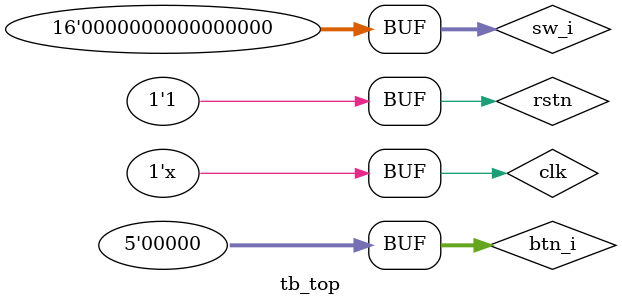
<source format=v>
`timescale 1ns / 1ps

`timescale 1ns / 1ps

module tb_top;

    // Declare signals
    reg [15:0] sw_i;
    reg [4:0] btn_i;
    reg clk;
    reg rstn;
    wire [7:0] disp_an_o;
    wire [7:0] disp_seg_o;
    wire [15:0] led_o;

    // Instantiate the top module
    top uut (
        .sw_i(sw_i),
        .btn_i(btn_i),
        .clk(clk),
        .rstn(rstn),
        .disp_an_o(disp_an_o),
        .disp_seg_o(disp_seg_o),
        .led_o(led_o)
    );
    // Initialize signals
    initial begin
        sw_i = 16'h0000;
        btn_i = 5'b00000;
        rstn = 0;
        clk = 1'b0;
        // Let the simulation run for a while
        #10;
        rstn = 1;
        // Stop the simulation
      #100000;
    end

    // Clock generation
    always begin
        #5 clk = ~clk;
    end 

endmodule




</source>
